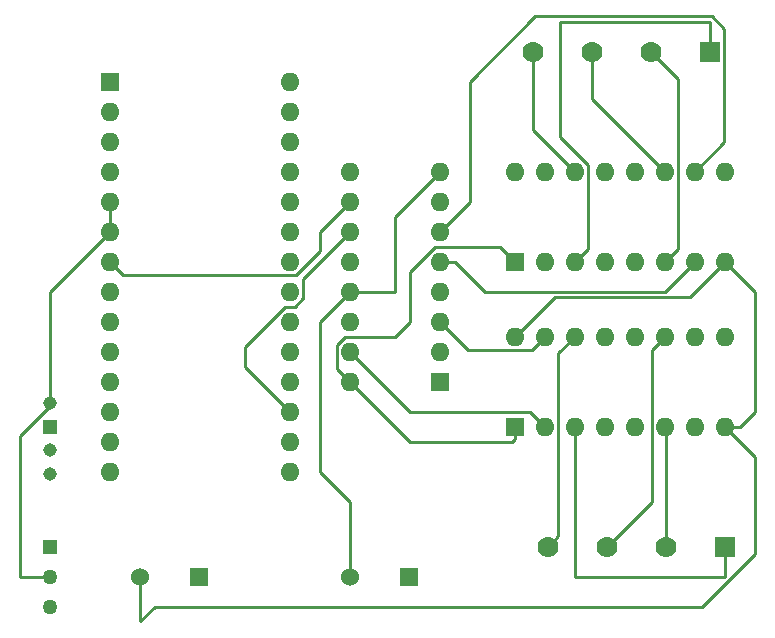
<source format=gbr>
%TF.GenerationSoftware,KiCad,Pcbnew,(5.1.9)-1*%
%TF.CreationDate,2021-04-07T20:22:23-07:00*%
%TF.ProjectId,bbot-pcb,62626f74-2d70-4636-922e-6b696361645f,rev?*%
%TF.SameCoordinates,Original*%
%TF.FileFunction,Copper,L2,Bot*%
%TF.FilePolarity,Positive*%
%FSLAX46Y46*%
G04 Gerber Fmt 4.6, Leading zero omitted, Abs format (unit mm)*
G04 Created by KiCad (PCBNEW (5.1.9)-1) date 2021-04-07 20:22:23*
%MOMM*%
%LPD*%
G01*
G04 APERTURE LIST*
%TA.AperFunction,ComponentPad*%
%ADD10C,1.524000*%
%TD*%
%TA.AperFunction,ComponentPad*%
%ADD11R,1.524000X1.524000*%
%TD*%
%TA.AperFunction,ComponentPad*%
%ADD12O,1.600000X1.600000*%
%TD*%
%TA.AperFunction,ComponentPad*%
%ADD13R,1.600000X1.600000*%
%TD*%
%TA.AperFunction,ComponentPad*%
%ADD14C,1.778000*%
%TD*%
%TA.AperFunction,ComponentPad*%
%ADD15R,1.778000X1.778000*%
%TD*%
%TA.AperFunction,ComponentPad*%
%ADD16C,1.143000*%
%TD*%
%TA.AperFunction,ComponentPad*%
%ADD17R,1.143000X1.143000*%
%TD*%
%TA.AperFunction,ComponentPad*%
%ADD18C,1.270000*%
%TD*%
%TA.AperFunction,ComponentPad*%
%ADD19R,1.270000X1.270000*%
%TD*%
%TA.AperFunction,Conductor*%
%ADD20C,0.250000*%
%TD*%
G04 APERTURE END LIST*
D10*
%TO.P,BatteryPack1,2*%
%TO.N,GND*%
X142280000Y-106680000D03*
D11*
%TO.P,BatteryPack1,1*%
%TO.N,Net-(BatteryPack1-Pad1)*%
X147280000Y-106680000D03*
%TD*%
D10*
%TO.P,PowerSwitch1,2*%
%TO.N,/12V*%
X124500000Y-106680000D03*
D11*
%TO.P,PowerSwitch1,1*%
%TO.N,Net-(BatteryPack1-Pad1)*%
X129500000Y-106680000D03*
%TD*%
D12*
%TO.P,MetroMini1,28*%
%TO.N,Net-(MetroMini1-Pad28)*%
X137160000Y-64770000D03*
%TO.P,MetroMini1,14*%
%TO.N,SCL*%
X121920000Y-97790000D03*
%TO.P,MetroMini1,27*%
%TO.N,Net-(MetroMini1-Pad27)*%
X137160000Y-67310000D03*
%TO.P,MetroMini1,13*%
%TO.N,SDA*%
X121920000Y-95250000D03*
%TO.P,MetroMini1,26*%
%TO.N,Net-(MetroMini1-Pad26)*%
X137160000Y-69850000D03*
%TO.P,MetroMini1,12*%
%TO.N,Net-(MetroMini1-Pad12)*%
X121920000Y-92710000D03*
%TO.P,MetroMini1,25*%
%TO.N,Net-(MetroMini1-Pad25)*%
X137160000Y-72390000D03*
%TO.P,MetroMini1,11*%
%TO.N,Net-(MetroMini1-Pad11)*%
X121920000Y-90170000D03*
%TO.P,MetroMini1,24*%
%TO.N,Net-(MetroMini1-Pad24)*%
X137160000Y-74930000D03*
%TO.P,MetroMini1,10*%
%TO.N,Net-(MetroMini1-Pad10)*%
X121920000Y-87630000D03*
%TO.P,MetroMini1,23*%
%TO.N,Net-(MetroMini1-Pad23)*%
X137160000Y-77470000D03*
%TO.P,MetroMini1,9*%
%TO.N,Net-(MetroMini1-Pad9)*%
X121920000Y-85090000D03*
%TO.P,MetroMini1,22*%
%TO.N,Net-(MetroMini1-Pad22)*%
X137160000Y-80010000D03*
%TO.P,MetroMini1,8*%
%TO.N,Net-(MetroMini1-Pad8)*%
X121920000Y-82550000D03*
%TO.P,MetroMini1,21*%
%TO.N,Net-(MetroMini1-Pad21)*%
X137160000Y-82550000D03*
%TO.P,MetroMini1,7*%
%TO.N,5V*%
X121920000Y-80010000D03*
%TO.P,MetroMini1,20*%
%TO.N,Net-(MetroMini1-Pad20)*%
X137160000Y-85090000D03*
%TO.P,MetroMini1,6*%
%TO.N,GND*%
X121920000Y-77470000D03*
%TO.P,MetroMini1,19*%
%TO.N,SHIFT_LATCH*%
X137160000Y-87630000D03*
%TO.P,MetroMini1,5*%
%TO.N,GND*%
X121920000Y-74930000D03*
%TO.P,MetroMini1,18*%
%TO.N,SHIFT_DATA*%
X137160000Y-90170000D03*
%TO.P,MetroMini1,4*%
%TO.N,Net-(MetroMini1-Pad4)*%
X121920000Y-72390000D03*
%TO.P,MetroMini1,17*%
%TO.N,SHIFT_CLCK*%
X137160000Y-92710000D03*
%TO.P,MetroMini1,3*%
%TO.N,Net-(MetroMini1-Pad3)*%
X121920000Y-69850000D03*
%TO.P,MetroMini1,16*%
%TO.N,Net-(MetroMini1-Pad16)*%
X137160000Y-95250000D03*
%TO.P,MetroMini1,2*%
%TO.N,Net-(MetroMini1-Pad2)*%
X121920000Y-67310000D03*
%TO.P,MetroMini1,15*%
%TO.N,Net-(MetroMini1-Pad15)*%
X137160000Y-97790000D03*
D13*
%TO.P,MetroMini1,1*%
%TO.N,Net-(MetroMini1-Pad1)*%
X121920000Y-64770000D03*
%TD*%
D12*
%TO.P,MOTOR1_L293D1,16*%
%TO.N,/12V*%
X156210000Y-86360000D03*
%TO.P,MOTOR1_L293D1,8*%
X173990000Y-93980000D03*
%TO.P,MOTOR1_L293D1,15*%
%TO.N,/MOTOR1_D*%
X158750000Y-86360000D03*
%TO.P,MOTOR1_L293D1,7*%
%TO.N,/MOTOR1_B*%
X171450000Y-93980000D03*
%TO.P,MOTOR1_L293D1,14*%
%TO.N,/MOTOR1_PHASE_D*%
X161290000Y-86360000D03*
%TO.P,MOTOR1_L293D1,6*%
%TO.N,/MOTOR1_PHASE_B*%
X168910000Y-93980000D03*
%TO.P,MOTOR1_L293D1,13*%
%TO.N,Net-(MOTOR1_L293D1-Pad13)*%
X163830000Y-86360000D03*
%TO.P,MOTOR1_L293D1,5*%
%TO.N,GND*%
X166370000Y-93980000D03*
%TO.P,MOTOR1_L293D1,12*%
%TO.N,Net-(MOTOR1_L293D1-Pad12)*%
X166370000Y-86360000D03*
%TO.P,MOTOR1_L293D1,4*%
%TO.N,Net-(MOTOR1_L293D1-Pad4)*%
X163830000Y-93980000D03*
%TO.P,MOTOR1_L293D1,11*%
%TO.N,/MOTOR1_PHASE_C*%
X168910000Y-86360000D03*
%TO.P,MOTOR1_L293D1,3*%
%TO.N,/MOTOR1_PHASE_A*%
X161290000Y-93980000D03*
%TO.P,MOTOR1_L293D1,10*%
%TO.N,/MOTOR1_C*%
X171450000Y-86360000D03*
%TO.P,MOTOR1_L293D1,2*%
%TO.N,/MOTOR1_A*%
X158750000Y-93980000D03*
%TO.P,MOTOR1_L293D1,9*%
%TO.N,5V*%
X173990000Y-86360000D03*
D13*
%TO.P,MOTOR1_L293D1,1*%
X156210000Y-93980000D03*
%TD*%
D12*
%TO.P,MOTOR2_L293D1,16*%
%TO.N,/12V*%
X156210000Y-72390000D03*
%TO.P,MOTOR2_L293D1,8*%
X173990000Y-80010000D03*
%TO.P,MOTOR2_L293D1,15*%
%TO.N,/MOTOR2_D*%
X158750000Y-72390000D03*
%TO.P,MOTOR2_L293D1,7*%
%TO.N,/MOTOR2_B*%
X171450000Y-80010000D03*
%TO.P,MOTOR2_L293D1,14*%
%TO.N,/MOTOR2_PHASE_D*%
X161290000Y-72390000D03*
%TO.P,MOTOR2_L293D1,6*%
%TO.N,/MOTOR2_PHASE_B*%
X168910000Y-80010000D03*
%TO.P,MOTOR2_L293D1,13*%
%TO.N,Net-(MOTOR2_L293D1-Pad13)*%
X163830000Y-72390000D03*
%TO.P,MOTOR2_L293D1,5*%
%TO.N,Net-(MOTOR2_L293D1-Pad5)*%
X166370000Y-80010000D03*
%TO.P,MOTOR2_L293D1,12*%
%TO.N,GND*%
X166370000Y-72390000D03*
%TO.P,MOTOR2_L293D1,4*%
%TO.N,Net-(MOTOR2_L293D1-Pad4)*%
X163830000Y-80010000D03*
%TO.P,MOTOR2_L293D1,11*%
%TO.N,/MOTOR2_PHASE_C*%
X168910000Y-72390000D03*
%TO.P,MOTOR2_L293D1,3*%
%TO.N,/MOTOR2_PHASE_A*%
X161290000Y-80010000D03*
%TO.P,MOTOR2_L293D1,10*%
%TO.N,/MOTOR2_C*%
X171450000Y-72390000D03*
%TO.P,MOTOR2_L293D1,2*%
%TO.N,/MOTOR2_A*%
X158750000Y-80010000D03*
%TO.P,MOTOR2_L293D1,9*%
%TO.N,5V*%
X173990000Y-72390000D03*
D13*
%TO.P,MOTOR2_L293D1,1*%
X156210000Y-80010000D03*
%TD*%
D12*
%TO.P,SHIFT_REGISTER1,16*%
%TO.N,5V*%
X142240000Y-90170000D03*
%TO.P,SHIFT_REGISTER1,8*%
%TO.N,GND*%
X149860000Y-72390000D03*
%TO.P,SHIFT_REGISTER1,15*%
%TO.N,/MOTOR1_A*%
X142240000Y-87630000D03*
%TO.P,SHIFT_REGISTER1,7*%
%TO.N,/MOTOR2_D*%
X149860000Y-74930000D03*
%TO.P,SHIFT_REGISTER1,14*%
%TO.N,SHIFT_DATA*%
X142240000Y-85090000D03*
%TO.P,SHIFT_REGISTER1,6*%
%TO.N,/MOTOR2_C*%
X149860000Y-77470000D03*
%TO.P,SHIFT_REGISTER1,13*%
%TO.N,GND*%
X142240000Y-82550000D03*
%TO.P,SHIFT_REGISTER1,5*%
%TO.N,/MOTOR2_B*%
X149860000Y-80010000D03*
%TO.P,SHIFT_REGISTER1,12*%
%TO.N,SHIFT_LATCH*%
X142240000Y-80010000D03*
%TO.P,SHIFT_REGISTER1,4*%
%TO.N,/MOTOR2_A*%
X149860000Y-82550000D03*
%TO.P,SHIFT_REGISTER1,11*%
%TO.N,SHIFT_CLCK*%
X142240000Y-77470000D03*
%TO.P,SHIFT_REGISTER1,3*%
%TO.N,/MOTOR1_D*%
X149860000Y-85090000D03*
%TO.P,SHIFT_REGISTER1,10*%
%TO.N,5V*%
X142240000Y-74930000D03*
%TO.P,SHIFT_REGISTER1,2*%
%TO.N,/MOTOR1_C*%
X149860000Y-87630000D03*
%TO.P,SHIFT_REGISTER1,9*%
%TO.N,Net-(SHIFT_REGISTER1-Pad9)*%
X142240000Y-72390000D03*
D13*
%TO.P,SHIFT_REGISTER1,1*%
%TO.N,/MOTOR1_B*%
X149860000Y-90170000D03*
%TD*%
D14*
%TO.P,U1,4*%
%TO.N,/MOTOR2_PHASE_D*%
X157720000Y-62230000D03*
%TO.P,U1,3*%
%TO.N,/MOTOR2_PHASE_C*%
X162720000Y-62230000D03*
%TO.P,U1,2*%
%TO.N,/MOTOR2_PHASE_B*%
X167720000Y-62230000D03*
D15*
%TO.P,U1,1*%
%TO.N,/MOTOR2_PHASE_A*%
X172720000Y-62230000D03*
%TD*%
D16*
%TO.P,HMC5883L1,4*%
%TO.N,SCL*%
X116840000Y-97980000D03*
%TO.P,HMC5883L1,3*%
%TO.N,SDA*%
X116840000Y-95980000D03*
D17*
%TO.P,HMC5883L1,2*%
%TO.N,5V*%
X116840000Y-93980000D03*
D16*
%TO.P,HMC5883L1,1*%
%TO.N,GND*%
X116840000Y-91980000D03*
%TD*%
D14*
%TO.P,U3,4*%
%TO.N,/MOTOR1_PHASE_D*%
X158990000Y-104140000D03*
%TO.P,U3,3*%
%TO.N,/MOTOR1_PHASE_C*%
X163990000Y-104140000D03*
%TO.P,U3,2*%
%TO.N,/MOTOR1_PHASE_B*%
X168990000Y-104140000D03*
D15*
%TO.P,U3,1*%
%TO.N,/MOTOR1_PHASE_A*%
X173990000Y-104140000D03*
%TD*%
D18*
%TO.P,MOSFET1,3*%
%TO.N,5V*%
X116840000Y-109220000D03*
%TO.P,MOSFET1,2*%
%TO.N,GND*%
X116840000Y-106680000D03*
D19*
%TO.P,MOSFET1,1*%
%TO.N,/12V*%
X116840000Y-104140000D03*
%TD*%
D20*
%TO.N,/MOTOR2_PHASE_D*%
X157720000Y-68820000D02*
X161290000Y-72390000D01*
X157720000Y-62230000D02*
X157720000Y-68820000D01*
%TO.N,/MOTOR2_PHASE_C*%
X162720000Y-66200000D02*
X168910000Y-72390000D01*
X162720000Y-62230000D02*
X162720000Y-66200000D01*
%TO.N,/MOTOR2_PHASE_B*%
X170035001Y-78884999D02*
X168910000Y-80010000D01*
X170035001Y-64545001D02*
X170035001Y-78884999D01*
X167720000Y-62230000D02*
X170035001Y-64545001D01*
%TO.N,/MOTOR2_PHASE_A*%
X172720000Y-62230000D02*
X172720000Y-59690000D01*
X172720000Y-59690000D02*
X160020000Y-59690000D01*
X162415001Y-71849999D02*
X162415001Y-78884999D01*
X162415001Y-78884999D02*
X161290000Y-80010000D01*
X160020000Y-69454998D02*
X162415001Y-71849999D01*
X160020000Y-59690000D02*
X160020000Y-69454998D01*
%TO.N,/MOTOR1_PHASE_D*%
X159878999Y-87771001D02*
X161290000Y-86360000D01*
X159878999Y-103251001D02*
X159878999Y-87771001D01*
X158990000Y-104140000D02*
X159878999Y-103251001D01*
%TO.N,/MOTOR1_PHASE_C*%
X167784999Y-87485001D02*
X168910000Y-86360000D01*
X167784999Y-100345001D02*
X167784999Y-87485001D01*
X163990000Y-104140000D02*
X167784999Y-100345001D01*
%TO.N,/MOTOR1_PHASE_B*%
X168990000Y-94060000D02*
X168910000Y-93980000D01*
X168990000Y-104140000D02*
X168990000Y-94060000D01*
%TO.N,/MOTOR1_PHASE_A*%
X173990000Y-104140000D02*
X173990000Y-106680000D01*
X173990000Y-106680000D02*
X161290000Y-106680000D01*
X161290000Y-106680000D02*
X161290000Y-93980000D01*
%TO.N,/12V*%
X124500000Y-106680000D02*
X124500000Y-110450000D01*
X124500000Y-110450000D02*
X125730000Y-109220000D01*
X172086410Y-109220000D02*
X176530000Y-104776410D01*
X125730000Y-109220000D02*
X172086410Y-109220000D01*
X176530000Y-96520000D02*
X173990000Y-93980000D01*
X176530000Y-104776410D02*
X176530000Y-96520000D01*
X173990000Y-93980000D02*
X175260000Y-93980000D01*
X175260000Y-93980000D02*
X176530000Y-92710000D01*
X176530000Y-82550000D02*
X173990000Y-80010000D01*
X176530000Y-92710000D02*
X176530000Y-82550000D01*
X170999991Y-83000009D02*
X173990000Y-80010000D01*
X159569991Y-83000009D02*
X170999991Y-83000009D01*
X156210000Y-86360000D02*
X159569991Y-83000009D01*
%TO.N,/MOTOR1_A*%
X158750000Y-93980000D02*
X157480000Y-92710000D01*
X147320000Y-92710000D02*
X142240000Y-87630000D01*
X157480000Y-92710000D02*
X147320000Y-92710000D01*
%TO.N,/MOTOR2_C*%
X152400000Y-74930000D02*
X149860000Y-77470000D01*
X157930010Y-59239990D02*
X152400000Y-64770000D01*
X172906400Y-59239990D02*
X157930010Y-59239990D01*
X152400000Y-64770000D02*
X152400000Y-66040000D01*
X173934001Y-60267591D02*
X172906400Y-59239990D01*
X173934001Y-69905999D02*
X173934001Y-60267591D01*
X171450000Y-72390000D02*
X173934001Y-69905999D01*
X152400000Y-66040000D02*
X152400000Y-74930000D01*
X152400000Y-65753278D02*
X152400000Y-66040000D01*
%TO.N,/MOTOR2_B*%
X168910000Y-82550000D02*
X171450000Y-80010000D01*
X151130000Y-80010000D02*
X153670000Y-82550000D01*
X153670000Y-82550000D02*
X168910000Y-82550000D01*
X149860000Y-80010000D02*
X151130000Y-80010000D01*
%TO.N,/MOTOR1_D*%
X157624999Y-87485001D02*
X158750000Y-86360000D01*
X152255001Y-87485001D02*
X157624999Y-87485001D01*
X149860000Y-85090000D02*
X152255001Y-87485001D01*
%TO.N,GND*%
X116840000Y-106680000D02*
X114300000Y-106680000D01*
X116840000Y-92251998D02*
X116840000Y-91980000D01*
X114300000Y-94791998D02*
X116840000Y-92251998D01*
X114300000Y-106680000D02*
X114300000Y-94791998D01*
X116840000Y-91980000D02*
X116840000Y-82550000D01*
X116840000Y-82550000D02*
X120650000Y-78740000D01*
X121920000Y-77470000D02*
X121920000Y-74930000D01*
X120650000Y-78740000D02*
X121920000Y-77470000D01*
X142280000Y-106680000D02*
X142280000Y-100370000D01*
X142280000Y-100370000D02*
X139700000Y-97790000D01*
X139700000Y-85090000D02*
X142240000Y-82550000D01*
X139700000Y-97790000D02*
X139700000Y-85090000D01*
X142240000Y-82550000D02*
X146050000Y-82550000D01*
X146050000Y-76200000D02*
X149860000Y-72390000D01*
X146050000Y-82550000D02*
X146050000Y-76200000D01*
%TO.N,SHIFT_CLCK*%
X138285001Y-83090001D02*
X137555002Y-83820000D01*
X138285001Y-81424999D02*
X138285001Y-83090001D01*
X142240000Y-77470000D02*
X138285001Y-81424999D01*
X136764998Y-83820000D02*
X133350000Y-87234998D01*
X137555002Y-83820000D02*
X136764998Y-83820000D01*
X133350000Y-88900000D02*
X137160000Y-92710000D01*
X133350000Y-87234998D02*
X133350000Y-88900000D01*
%TO.N,5V*%
X137700001Y-81135001D02*
X139700000Y-79135002D01*
X123045001Y-81135001D02*
X137700001Y-81135001D01*
X121920000Y-80010000D02*
X123045001Y-81135001D01*
X139700000Y-77470000D02*
X142240000Y-74930000D01*
X139700000Y-79135002D02*
X139700000Y-77470000D01*
X156210000Y-95030000D02*
X155990000Y-95250000D01*
X156210000Y-93980000D02*
X156210000Y-95030000D01*
X147320000Y-95250000D02*
X142240000Y-90170000D01*
X155990000Y-95250000D02*
X147320000Y-95250000D01*
X156210000Y-80010000D02*
X154940000Y-78740000D01*
X149464998Y-78740000D02*
X147320000Y-80884998D01*
X154940000Y-78740000D02*
X149464998Y-78740000D01*
X147320000Y-80884998D02*
X147320000Y-85090000D01*
X147320000Y-85090000D02*
X146050000Y-86360000D01*
X141114999Y-89044999D02*
X142240000Y-90170000D01*
X141114999Y-87089999D02*
X141114999Y-89044999D01*
X141844998Y-86360000D02*
X141114999Y-87089999D01*
X146050000Y-86360000D02*
X141844998Y-86360000D01*
%TD*%
M02*

</source>
